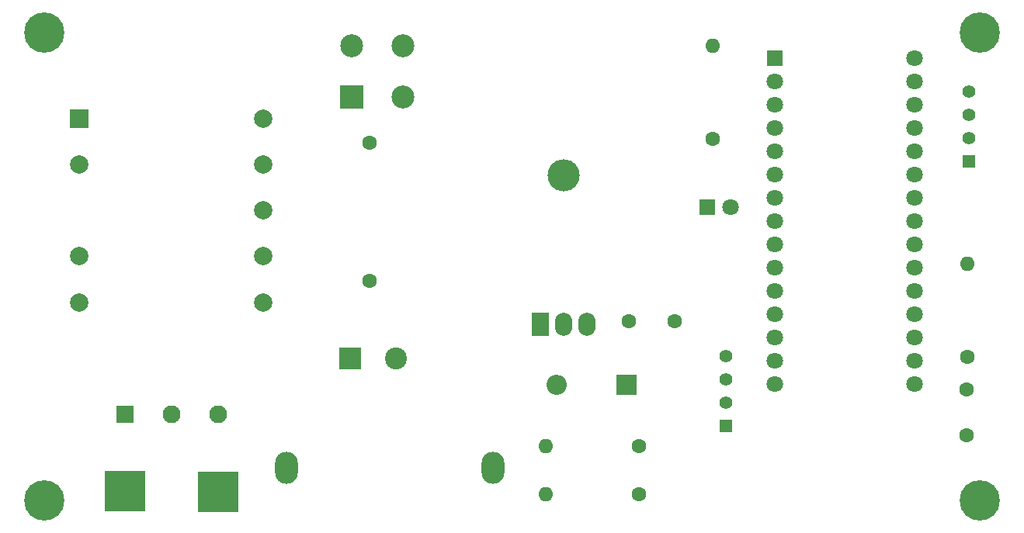
<source format=gbr>
%TF.GenerationSoftware,KiCad,Pcbnew,(6.0.7)*%
%TF.CreationDate,2022-10-25T14:44:23+02:00*%
%TF.ProjectId,Affichage_Temp_Humidite,41666669-6368-4616-9765-5f54656d705f,rev?*%
%TF.SameCoordinates,PX4692680PY2625a00*%
%TF.FileFunction,Soldermask,Bot*%
%TF.FilePolarity,Negative*%
%FSLAX46Y46*%
G04 Gerber Fmt 4.6, Leading zero omitted, Abs format (unit mm)*
G04 Created by KiCad (PCBNEW (6.0.7)) date 2022-10-25 14:44:23*
%MOMM*%
%LPD*%
G01*
G04 APERTURE LIST*
%ADD10C,1.600000*%
%ADD11O,1.600000X1.600000*%
%ADD12C,4.400000*%
%ADD13R,2.500000X2.500000*%
%ADD14C,2.500000*%
%ADD15R,2.200000X2.200000*%
%ADD16O,2.200000X2.200000*%
%ADD17O,2.500000X3.500000*%
%ADD18R,2.000000X2.000000*%
%ADD19C,2.000000*%
%ADD20R,1.800000X1.800000*%
%ADD21C,1.800000*%
%ADD22R,1.398000X1.398000*%
%ADD23C,1.398000*%
%ADD24R,2.400000X2.400000*%
%ADD25C,2.400000*%
%ADD26R,4.400000X4.400000*%
%ADD27O,3.500000X3.500000*%
%ADD28R,1.900000X2.500000*%
%ADD29O,1.900000X2.500000*%
%ADD30R,1.950000X1.950000*%
%ADD31C,1.950000*%
G04 APERTURE END LIST*
D10*
%TO.C,R2*%
X103140000Y-37900000D03*
D11*
X103140000Y-27740000D03*
%TD*%
D12*
%TO.C,REF\u002A\u002A*%
X2500000Y-53500000D03*
%TD*%
D10*
%TO.C,R4*%
X67320000Y-52820000D03*
D11*
X57160000Y-52820000D03*
%TD*%
D13*
%TO.C,D1*%
X35960300Y-9492400D03*
D14*
X41560300Y-9492400D03*
X41560300Y-3892400D03*
X35960300Y-3892400D03*
%TD*%
D10*
%TO.C,C2*%
X37940000Y-29540000D03*
X37940000Y-14540000D03*
%TD*%
D15*
%TO.C,D3*%
X65990000Y-40880000D03*
D16*
X58370000Y-40880000D03*
%TD*%
D10*
%TO.C,R1*%
X75400000Y-14080000D03*
D11*
X75400000Y-3920000D03*
%TD*%
D12*
%TO.C,REF\u002A\u002A*%
X104500000Y-53500000D03*
%TD*%
D17*
%TO.C,F1*%
X28880000Y-49960000D03*
X51380000Y-49960000D03*
%TD*%
D12*
%TO.C,REF\u002A\u002A*%
X104500000Y-2500000D03*
%TD*%
D10*
%TO.C,R3*%
X67280000Y-47600000D03*
D11*
X57120000Y-47600000D03*
%TD*%
D18*
%TO.C,TR1*%
X6300000Y-11900000D03*
D19*
X6300000Y-16900000D03*
X6300000Y-26900000D03*
X6300000Y-31900000D03*
X26300000Y-31900000D03*
X26300000Y-26900000D03*
X26300000Y-21900000D03*
X26300000Y-16900000D03*
X26300000Y-11900000D03*
%TD*%
D20*
%TO.C,D2*%
X74800000Y-21500000D03*
D21*
X77340000Y-21500000D03*
%TD*%
D22*
%TO.C,J3*%
X76830000Y-45410000D03*
D23*
X76830000Y-42870000D03*
X76830000Y-40330000D03*
X76830000Y-37790000D03*
%TD*%
D24*
%TO.C,C1*%
X35800000Y-38000000D03*
D25*
X40800000Y-38000000D03*
%TD*%
D10*
%TO.C,C3*%
X66230000Y-33970000D03*
X71230000Y-33970000D03*
%TD*%
D12*
%TO.C,REF\u002A\u002A*%
X2500000Y-2500000D03*
%TD*%
D20*
%TO.C,A1*%
X82135000Y-5230000D03*
D21*
X82135000Y-7770000D03*
X82135000Y-10310000D03*
X82135000Y-12850000D03*
X82135000Y-15390000D03*
X82135000Y-17930000D03*
X82135000Y-20470000D03*
X82135000Y-23010000D03*
X82135000Y-25550000D03*
X82135000Y-28090000D03*
X82135000Y-30630000D03*
X82135000Y-33170000D03*
X82135000Y-35710000D03*
X82135000Y-38250000D03*
X82135000Y-40790000D03*
X97375000Y-40790000D03*
X97375000Y-38250000D03*
X97375000Y-35710000D03*
X97375000Y-33170000D03*
X97375000Y-30630000D03*
X97375000Y-28090000D03*
X97375000Y-25550000D03*
X97375000Y-23010000D03*
X97375000Y-20470000D03*
X97375000Y-17930000D03*
X97375000Y-15390000D03*
X97375000Y-12850000D03*
X97375000Y-10310000D03*
X97375000Y-7770000D03*
X97375000Y-5230000D03*
%TD*%
D26*
%TO.C,REF\u002A\u002A*%
X21440000Y-52600000D03*
%TD*%
D10*
%TO.C,C4*%
X103080000Y-46450000D03*
X103080000Y-41450000D03*
%TD*%
D22*
%TO.C,J2*%
X103280000Y-16560000D03*
D23*
X103280000Y-14020000D03*
X103280000Y-11480000D03*
X103280000Y-8940000D03*
%TD*%
D26*
%TO.C,REF\u002A\u002A*%
X11280000Y-52540000D03*
%TD*%
D27*
%TO.C,U1*%
X59090000Y-18070000D03*
D28*
X56550000Y-34270000D03*
D29*
X59090000Y-34270000D03*
X61630000Y-34270000D03*
%TD*%
D30*
%TO.C,J1*%
X11300000Y-44170000D03*
D31*
X16380000Y-44170000D03*
X21460000Y-44170000D03*
%TD*%
M02*

</source>
